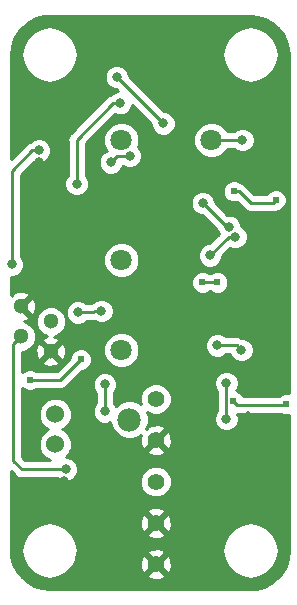
<source format=gbl>
G04 #@! TF.GenerationSoftware,KiCad,Pcbnew,5.0.0-fee4fd1~66~ubuntu18.04.1*
G04 #@! TF.CreationDate,2019-04-11T10:46:02-04:00*
G04 #@! TF.ProjectId,IMD_v1,494D445F76312E6B696361645F706362,rev?*
G04 #@! TF.SameCoordinates,Original*
G04 #@! TF.FileFunction,Copper,L2,Bot,Signal*
G04 #@! TF.FilePolarity,Positive*
%FSLAX46Y46*%
G04 Gerber Fmt 4.6, Leading zero omitted, Abs format (unit mm)*
G04 Created by KiCad (PCBNEW 5.0.0-fee4fd1~66~ubuntu18.04.1) date Thu Apr 11 10:46:02 2019*
%MOMM*%
%LPD*%
G01*
G04 APERTURE LIST*
G04 #@! TA.AperFunction,ComponentPad*
%ADD10C,1.800000*%
G04 #@! TD*
G04 #@! TA.AperFunction,ComponentPad*
%ADD11C,1.300000*%
G04 #@! TD*
G04 #@! TA.AperFunction,ComponentPad*
%ADD12C,1.397000*%
G04 #@! TD*
G04 #@! TA.AperFunction,ComponentPad*
%ADD13C,1.981000*%
G04 #@! TD*
G04 #@! TA.AperFunction,ComponentPad*
%ADD14C,1.524000*%
G04 #@! TD*
G04 #@! TA.AperFunction,ViaPad*
%ADD15C,0.800000*%
G04 #@! TD*
G04 #@! TA.AperFunction,ViaPad*
%ADD16C,0.609600*%
G04 #@! TD*
G04 #@! TA.AperFunction,Conductor*
%ADD17C,0.250000*%
G04 #@! TD*
G04 #@! TA.AperFunction,Conductor*
%ADD18C,0.152400*%
G04 #@! TD*
G04 #@! TA.AperFunction,Conductor*
%ADD19C,0.254000*%
G04 #@! TD*
G04 APERTURE END LIST*
D10*
G04 #@! TO.P,K1,1*
G04 #@! TO.N,Net-(D3-Pad2)*
X104013000Y-69977000D03*
G04 #@! TO.P,K1,2*
G04 #@! TO.N,Net-(J2-Pad2)*
X104013000Y-80137000D03*
G04 #@! TO.P,K1,3*
G04 #@! TO.N,Net-(J2-Pad1)*
X104013000Y-87757000D03*
G04 #@! TO.P,K1,5*
G04 #@! TO.N,/12V_Fused*
X111633000Y-69977000D03*
G04 #@! TD*
D11*
G04 #@! TO.P,J1,3*
G04 #@! TO.N,/IMD_Status_Output*
X95504000Y-86614000D03*
G04 #@! TO.P,J1,1*
G04 #@! TO.N,GND*
X95504000Y-84074000D03*
G04 #@! TO.P,J1,2*
G04 #@! TO.N,+12V*
X98044000Y-85344000D03*
G04 #@! TO.P,J1,4*
G04 #@! TO.N,GND*
X98044000Y-87884000D03*
G04 #@! TD*
D12*
G04 #@! TO.P,U1,2*
G04 #@! TO.N,GND*
X106934000Y-95405000D03*
G04 #@! TO.P,U1,1*
G04 #@! TO.N,Net-(R9-Pad1)*
X106934000Y-91905000D03*
D13*
G04 #@! TO.P,U1,*
G04 #@! TO.N,*
X104704000Y-93655000D03*
D12*
G04 #@! TO.P,U1,3*
G04 #@! TO.N,/12V_Fused*
X106934000Y-98905000D03*
G04 #@! TO.P,U1,4*
G04 #@! TO.N,GND*
X106934000Y-102405000D03*
G04 #@! TO.P,U1,5*
X106934000Y-105905000D03*
G04 #@! TD*
D14*
G04 #@! TO.P,J2,1*
G04 #@! TO.N,Net-(J2-Pad1)*
X98425000Y-95758000D03*
G04 #@! TO.P,J2,2*
G04 #@! TO.N,Net-(J2-Pad2)*
X98425000Y-93218000D03*
G04 #@! TD*
D15*
G04 #@! TO.N,/12V_Fused*
X103632000Y-64643000D03*
X114263000Y-69977000D03*
X100229500Y-73695986D03*
X103886000Y-66865500D03*
X107569000Y-68580000D03*
X112903000Y-90551000D03*
X112903000Y-93599000D03*
D16*
X110871000Y-82042000D03*
X112141000Y-82042000D03*
D15*
G04 #@! TO.N,GND*
X99172287Y-98843408D03*
X102616000Y-102108000D03*
X117475000Y-94488000D03*
X115149500Y-72467000D03*
X111948346Y-68010654D03*
X106934000Y-61214000D03*
X116874161Y-88161977D03*
X97032000Y-71882000D03*
G04 #@! TO.N,+12V*
X97042407Y-70867102D03*
X94742000Y-80518000D03*
G04 #@! TO.N,Net-(D3-Pad2)*
X102616000Y-90678000D03*
X102616000Y-92964000D03*
D16*
G04 #@! TO.N,Net-(D4-Pad1)*
X100584000Y-88563592D03*
X96266000Y-90297000D03*
D15*
G04 #@! TO.N,/IMD_Status_Output*
X99314000Y-97853500D03*
X104738000Y-71311452D03*
X110908000Y-75311000D03*
X113130653Y-77323234D03*
X103124000Y-71871000D03*
X102325000Y-84455000D03*
X100330000Y-84582000D03*
D16*
G04 #@! TO.N,Net-(R3-Pad2)*
X113538000Y-74321000D03*
X117094000Y-75057000D03*
G04 #@! TO.N,Net-(R9-Pad1)*
X113485200Y-92075000D03*
X117983000Y-92329000D03*
D15*
G04 #@! TO.N,/delay_side_out*
X113665000Y-78168500D03*
X111511815Y-79756000D03*
X114173000Y-87757000D03*
X112134826Y-87376000D03*
G04 #@! TD*
D17*
G04 #@! TO.N,/12V_Fused*
X114173000Y-69977000D02*
X114263000Y-69977000D01*
X111633000Y-69977000D02*
X114263000Y-69977000D01*
X100229500Y-73695986D02*
X100229500Y-69956315D01*
X100229500Y-69956315D02*
X103320315Y-66865500D01*
X103320315Y-66865500D02*
X103886000Y-66865500D01*
X103632000Y-64643000D02*
X107569000Y-68580000D01*
X112903000Y-90551000D02*
X112903000Y-93599000D01*
X110871000Y-82042000D02*
X112141000Y-82042000D01*
G04 #@! TO.N,GND*
X117475000Y-94488000D02*
X116078000Y-94488000D01*
X114681000Y-93091000D02*
X114624097Y-93034097D01*
X116078000Y-94488000D02*
X114624097Y-93034097D01*
X113919000Y-76708000D02*
X114484685Y-76708000D01*
G04 #@! TO.N,+12V*
X96476722Y-70867102D02*
X96475620Y-70866000D01*
X94742000Y-80518000D02*
X94742000Y-79952315D01*
X96476722Y-70867102D02*
X97042407Y-70867102D01*
X94742000Y-72601824D02*
X96476722Y-70867102D01*
X94742000Y-79952315D02*
X94742000Y-72601824D01*
G04 #@! TO.N,Net-(D3-Pad2)*
X102616000Y-90678000D02*
X102616000Y-92964000D01*
G04 #@! TO.N,Net-(D4-Pad1)*
X98850592Y-90297000D02*
X96266000Y-90297000D01*
X100584000Y-88563592D02*
X98850592Y-90297000D01*
G04 #@! TO.N,/IMD_Status_Output*
X94854001Y-97140001D02*
X94854001Y-87263999D01*
X94854001Y-87263999D02*
X95504000Y-86614000D01*
X95567500Y-97853500D02*
X94854001Y-97140001D01*
X99314000Y-97853500D02*
X95567500Y-97853500D01*
X104648000Y-71202001D02*
X104648000Y-71221452D01*
X104648000Y-71221452D02*
X104738000Y-71311452D01*
X110908000Y-75311000D02*
X113040499Y-77443499D01*
X113250918Y-77443499D02*
X113130653Y-77323234D01*
X113284000Y-77443499D02*
X113250918Y-77443499D01*
X113040499Y-77443499D02*
X113284000Y-77443499D01*
X103683548Y-71311452D02*
X103124000Y-71871000D01*
X104738000Y-71311452D02*
X103683548Y-71311452D01*
X101759315Y-84455000D02*
X101632315Y-84582000D01*
X102325000Y-84455000D02*
X101759315Y-84455000D01*
X101632315Y-84582000D02*
X100330000Y-84582000D01*
G04 #@! TO.N,Net-(R3-Pad2)*
X113969052Y-74321000D02*
X114959052Y-75311000D01*
X113538000Y-74321000D02*
X113969052Y-74321000D01*
X114959052Y-75311000D02*
X116713000Y-75311000D01*
X116713000Y-75311000D02*
X116967000Y-75311000D01*
D18*
X116967000Y-75311000D02*
X117094000Y-75184000D01*
X117094000Y-75184000D02*
X117094000Y-75057000D01*
D17*
G04 #@! TO.N,Net-(R9-Pad1)*
X113789999Y-92379799D02*
X117932201Y-92379799D01*
X113485200Y-92075000D02*
X113789999Y-92379799D01*
D18*
X117932201Y-92379799D02*
X117983000Y-92329000D01*
D17*
G04 #@! TO.N,/delay_side_out*
X113099315Y-78168500D02*
X111511815Y-79756000D01*
X113665000Y-78168500D02*
X113099315Y-78168500D01*
X112134826Y-87376000D02*
X113792000Y-87376000D01*
X113792000Y-87376000D02*
X114173000Y-87757000D01*
G04 #@! TD*
D19*
G04 #@! TO.N,GND*
G36*
X115590756Y-59543391D02*
X116219730Y-59740500D01*
X116796224Y-60060055D01*
X117296682Y-60489001D01*
X117700669Y-61009818D01*
X117991682Y-61601233D01*
X118160112Y-62247848D01*
X118200000Y-62766238D01*
X118200001Y-91401652D01*
X118169938Y-91389200D01*
X117796062Y-91389200D01*
X117450646Y-91532276D01*
X117363123Y-91619799D01*
X114313882Y-91619799D01*
X114281924Y-91542646D01*
X114017554Y-91278276D01*
X113750183Y-91167528D01*
X113780431Y-91137280D01*
X113938000Y-90756874D01*
X113938000Y-90345126D01*
X113780431Y-89964720D01*
X113489280Y-89673569D01*
X113108874Y-89516000D01*
X112697126Y-89516000D01*
X112316720Y-89673569D01*
X112025569Y-89964720D01*
X111868000Y-90345126D01*
X111868000Y-90756874D01*
X112025569Y-91137280D01*
X112143000Y-91254711D01*
X112143001Y-92895288D01*
X112025569Y-93012720D01*
X111868000Y-93393126D01*
X111868000Y-93804874D01*
X112025569Y-94185280D01*
X112316720Y-94476431D01*
X112697126Y-94634000D01*
X113108874Y-94634000D01*
X113489280Y-94476431D01*
X113780431Y-94185280D01*
X113938000Y-93804874D01*
X113938000Y-93393126D01*
X113835488Y-93145639D01*
X113864846Y-93139799D01*
X117484626Y-93139799D01*
X117796062Y-93268800D01*
X118169938Y-93268800D01*
X118200001Y-93256348D01*
X118200001Y-104700759D01*
X118129609Y-105393759D01*
X117932499Y-106022734D01*
X117612945Y-106599224D01*
X117184002Y-107099680D01*
X116663182Y-107503669D01*
X116071767Y-107794682D01*
X115425153Y-107963112D01*
X114906762Y-108003000D01*
X97972231Y-108003000D01*
X97279241Y-107932609D01*
X96650266Y-107735499D01*
X96073776Y-107415945D01*
X95573320Y-106987002D01*
X95169331Y-106466182D01*
X94878318Y-105874767D01*
X94709888Y-105228153D01*
X94672173Y-104738000D01*
X95548050Y-104738000D01*
X95664876Y-105475608D01*
X96003917Y-106141014D01*
X96531986Y-106669083D01*
X97197392Y-107008124D01*
X97935000Y-107124950D01*
X98672608Y-107008124D01*
X99004163Y-106839188D01*
X106179417Y-106839188D01*
X106241071Y-107074800D01*
X106741480Y-107250927D01*
X107271199Y-107222148D01*
X107626929Y-107074800D01*
X107688583Y-106839188D01*
X106934000Y-106084605D01*
X106179417Y-106839188D01*
X99004163Y-106839188D01*
X99338014Y-106669083D01*
X99866083Y-106141014D01*
X100084431Y-105712480D01*
X105588073Y-105712480D01*
X105616852Y-106242199D01*
X105764200Y-106597929D01*
X105999812Y-106659583D01*
X106754395Y-105905000D01*
X107113605Y-105905000D01*
X107868188Y-106659583D01*
X108103800Y-106597929D01*
X108279927Y-106097520D01*
X108251148Y-105567801D01*
X108103800Y-105212071D01*
X107868188Y-105150417D01*
X107113605Y-105905000D01*
X106754395Y-105905000D01*
X105999812Y-105150417D01*
X105764200Y-105212071D01*
X105588073Y-105712480D01*
X100084431Y-105712480D01*
X100205124Y-105475608D01*
X100285076Y-104970812D01*
X106179417Y-104970812D01*
X106934000Y-105725395D01*
X107688583Y-104970812D01*
X107627662Y-104738000D01*
X112548050Y-104738000D01*
X112664876Y-105475608D01*
X113003917Y-106141014D01*
X113531986Y-106669083D01*
X114197392Y-107008124D01*
X114935000Y-107124950D01*
X115672608Y-107008124D01*
X116338014Y-106669083D01*
X116866083Y-106141014D01*
X117205124Y-105475608D01*
X117321950Y-104738000D01*
X117205124Y-104000392D01*
X116866083Y-103334986D01*
X116338014Y-102806917D01*
X115672608Y-102467876D01*
X114935000Y-102351050D01*
X114197392Y-102467876D01*
X113531986Y-102806917D01*
X113003917Y-103334986D01*
X112664876Y-104000392D01*
X112548050Y-104738000D01*
X107627662Y-104738000D01*
X107626929Y-104735200D01*
X107126520Y-104559073D01*
X106596801Y-104587852D01*
X106241071Y-104735200D01*
X106179417Y-104970812D01*
X100285076Y-104970812D01*
X100321950Y-104738000D01*
X100205124Y-104000392D01*
X99868225Y-103339188D01*
X106179417Y-103339188D01*
X106241071Y-103574800D01*
X106741480Y-103750927D01*
X107271199Y-103722148D01*
X107626929Y-103574800D01*
X107688583Y-103339188D01*
X106934000Y-102584605D01*
X106179417Y-103339188D01*
X99868225Y-103339188D01*
X99866083Y-103334986D01*
X99338014Y-102806917D01*
X98672608Y-102467876D01*
X97935000Y-102351050D01*
X97197392Y-102467876D01*
X96531986Y-102806917D01*
X96003917Y-103334986D01*
X95664876Y-104000392D01*
X95548050Y-104738000D01*
X94672173Y-104738000D01*
X94670000Y-104709762D01*
X94670000Y-102212480D01*
X105588073Y-102212480D01*
X105616852Y-102742199D01*
X105764200Y-103097929D01*
X105999812Y-103159583D01*
X106754395Y-102405000D01*
X107113605Y-102405000D01*
X107868188Y-103159583D01*
X108103800Y-103097929D01*
X108279927Y-102597520D01*
X108251148Y-102067801D01*
X108103800Y-101712071D01*
X107868188Y-101650417D01*
X107113605Y-102405000D01*
X106754395Y-102405000D01*
X105999812Y-101650417D01*
X105764200Y-101712071D01*
X105588073Y-102212480D01*
X94670000Y-102212480D01*
X94670000Y-101470812D01*
X106179417Y-101470812D01*
X106934000Y-102225395D01*
X107688583Y-101470812D01*
X107626929Y-101235200D01*
X107126520Y-101059073D01*
X106596801Y-101087852D01*
X106241071Y-101235200D01*
X106179417Y-101470812D01*
X94670000Y-101470812D01*
X94670000Y-98030801D01*
X94977171Y-98337973D01*
X95019571Y-98401429D01*
X95270963Y-98569404D01*
X95492648Y-98613500D01*
X95492653Y-98613500D01*
X95567500Y-98628388D01*
X95642347Y-98613500D01*
X98610289Y-98613500D01*
X98727720Y-98730931D01*
X99108126Y-98888500D01*
X99519874Y-98888500D01*
X99900280Y-98730931D01*
X99991461Y-98639750D01*
X105600500Y-98639750D01*
X105600500Y-99170250D01*
X105803513Y-99660367D01*
X106178633Y-100035487D01*
X106668750Y-100238500D01*
X107199250Y-100238500D01*
X107689367Y-100035487D01*
X108064487Y-99660367D01*
X108267500Y-99170250D01*
X108267500Y-98639750D01*
X108064487Y-98149633D01*
X107689367Y-97774513D01*
X107199250Y-97571500D01*
X106668750Y-97571500D01*
X106178633Y-97774513D01*
X105803513Y-98149633D01*
X105600500Y-98639750D01*
X99991461Y-98639750D01*
X100191431Y-98439780D01*
X100349000Y-98059374D01*
X100349000Y-97647626D01*
X100191431Y-97267220D01*
X99900280Y-96976069D01*
X99519874Y-96818500D01*
X99340157Y-96818500D01*
X99609320Y-96549337D01*
X99696366Y-96339188D01*
X106179417Y-96339188D01*
X106241071Y-96574800D01*
X106741480Y-96750927D01*
X107271199Y-96722148D01*
X107626929Y-96574800D01*
X107688583Y-96339188D01*
X106934000Y-95584605D01*
X106179417Y-96339188D01*
X99696366Y-96339188D01*
X99822000Y-96035881D01*
X99822000Y-95480119D01*
X99609320Y-94966663D01*
X99216337Y-94573680D01*
X99009487Y-94488000D01*
X99216337Y-94402320D01*
X99609320Y-94009337D01*
X99822000Y-93495881D01*
X99822000Y-92940119D01*
X99609320Y-92426663D01*
X99216337Y-92033680D01*
X98702881Y-91821000D01*
X98147119Y-91821000D01*
X97633663Y-92033680D01*
X97240680Y-92426663D01*
X97028000Y-92940119D01*
X97028000Y-93495881D01*
X97240680Y-94009337D01*
X97633663Y-94402320D01*
X97840513Y-94488000D01*
X97633663Y-94573680D01*
X97240680Y-94966663D01*
X97028000Y-95480119D01*
X97028000Y-96035881D01*
X97240680Y-96549337D01*
X97633663Y-96942320D01*
X97998645Y-97093500D01*
X95882302Y-97093500D01*
X95614001Y-96825200D01*
X95614001Y-90974079D01*
X95733646Y-91093724D01*
X96079062Y-91236800D01*
X96452938Y-91236800D01*
X96798354Y-91093724D01*
X96835078Y-91057000D01*
X98775745Y-91057000D01*
X98850592Y-91071888D01*
X98925439Y-91057000D01*
X98925444Y-91057000D01*
X99147129Y-91012904D01*
X99398521Y-90844929D01*
X99440923Y-90781470D01*
X99750267Y-90472126D01*
X101581000Y-90472126D01*
X101581000Y-90883874D01*
X101738569Y-91264280D01*
X101856000Y-91381711D01*
X101856001Y-92260288D01*
X101738569Y-92377720D01*
X101581000Y-92758126D01*
X101581000Y-93169874D01*
X101738569Y-93550280D01*
X102029720Y-93841431D01*
X102410126Y-93999000D01*
X102821874Y-93999000D01*
X103078500Y-93892702D01*
X103078500Y-93978332D01*
X103325968Y-94575772D01*
X103783228Y-95033032D01*
X104380668Y-95280500D01*
X105027332Y-95280500D01*
X105624772Y-95033032D01*
X105665604Y-94992200D01*
X105588073Y-95212480D01*
X105616852Y-95742199D01*
X105764200Y-96097929D01*
X105999812Y-96159583D01*
X106754395Y-95405000D01*
X107113605Y-95405000D01*
X107868188Y-96159583D01*
X108103800Y-96097929D01*
X108279927Y-95597520D01*
X108251148Y-95067801D01*
X108103800Y-94712071D01*
X107868188Y-94650417D01*
X107113605Y-95405000D01*
X106754395Y-95405000D01*
X106740253Y-95390858D01*
X106919858Y-95211253D01*
X106934000Y-95225395D01*
X107688583Y-94470812D01*
X107626929Y-94235200D01*
X107126520Y-94059073D01*
X106596801Y-94087852D01*
X106241071Y-94235200D01*
X106179418Y-94470810D01*
X106141298Y-94432690D01*
X106329500Y-93978332D01*
X106329500Y-93331668D01*
X106212655Y-93049579D01*
X106668750Y-93238500D01*
X107199250Y-93238500D01*
X107689367Y-93035487D01*
X108064487Y-92660367D01*
X108267500Y-92170250D01*
X108267500Y-91639750D01*
X108064487Y-91149633D01*
X107689367Y-90774513D01*
X107199250Y-90571500D01*
X106668750Y-90571500D01*
X106178633Y-90774513D01*
X105803513Y-91149633D01*
X105600500Y-91639750D01*
X105600500Y-92170250D01*
X105658798Y-92310994D01*
X105624772Y-92276968D01*
X105027332Y-92029500D01*
X104380668Y-92029500D01*
X103783228Y-92276968D01*
X103548801Y-92511395D01*
X103493431Y-92377720D01*
X103376000Y-92260289D01*
X103376000Y-91381711D01*
X103493431Y-91264280D01*
X103651000Y-90883874D01*
X103651000Y-90472126D01*
X103493431Y-90091720D01*
X103202280Y-89800569D01*
X102821874Y-89643000D01*
X102410126Y-89643000D01*
X102029720Y-89800569D01*
X101738569Y-90091720D01*
X101581000Y-90472126D01*
X99750267Y-90472126D01*
X100719002Y-89503392D01*
X100770938Y-89503392D01*
X101116354Y-89360316D01*
X101380724Y-89095946D01*
X101523800Y-88750530D01*
X101523800Y-88376654D01*
X101380724Y-88031238D01*
X101116354Y-87766868D01*
X100770938Y-87623792D01*
X100397062Y-87623792D01*
X100051646Y-87766868D01*
X99787276Y-88031238D01*
X99644200Y-88376654D01*
X99644200Y-88428590D01*
X98535791Y-89537000D01*
X96835078Y-89537000D01*
X96798354Y-89500276D01*
X96452938Y-89357200D01*
X96079062Y-89357200D01*
X95733646Y-89500276D01*
X95614001Y-89619921D01*
X95614001Y-88783016D01*
X97324590Y-88783016D01*
X97380271Y-89013611D01*
X97863078Y-89181622D01*
X98373428Y-89152083D01*
X98707729Y-89013611D01*
X98763410Y-88783016D01*
X98044000Y-88063605D01*
X97324590Y-88783016D01*
X95614001Y-88783016D01*
X95614001Y-87899000D01*
X95759602Y-87899000D01*
X96231894Y-87703371D01*
X96232187Y-87703078D01*
X96746378Y-87703078D01*
X96775917Y-88213428D01*
X96914389Y-88547729D01*
X97144984Y-88603410D01*
X97864395Y-87884000D01*
X98223605Y-87884000D01*
X98943016Y-88603410D01*
X99173611Y-88547729D01*
X99341622Y-88064922D01*
X99312083Y-87554572D01*
X99269460Y-87451670D01*
X102478000Y-87451670D01*
X102478000Y-88062330D01*
X102711690Y-88626507D01*
X103143493Y-89058310D01*
X103707670Y-89292000D01*
X104318330Y-89292000D01*
X104882507Y-89058310D01*
X105314310Y-88626507D01*
X105548000Y-88062330D01*
X105548000Y-87451670D01*
X105431381Y-87170126D01*
X111099826Y-87170126D01*
X111099826Y-87581874D01*
X111257395Y-87962280D01*
X111548546Y-88253431D01*
X111928952Y-88411000D01*
X112340700Y-88411000D01*
X112721106Y-88253431D01*
X112838537Y-88136000D01*
X113209711Y-88136000D01*
X113295569Y-88343280D01*
X113586720Y-88634431D01*
X113967126Y-88792000D01*
X114378874Y-88792000D01*
X114759280Y-88634431D01*
X115050431Y-88343280D01*
X115208000Y-87962874D01*
X115208000Y-87551126D01*
X115050431Y-87170720D01*
X114759280Y-86879569D01*
X114378874Y-86722000D01*
X114181183Y-86722000D01*
X114088537Y-86660096D01*
X113866852Y-86616000D01*
X113866847Y-86616000D01*
X113792000Y-86601112D01*
X113717153Y-86616000D01*
X112838537Y-86616000D01*
X112721106Y-86498569D01*
X112340700Y-86341000D01*
X111928952Y-86341000D01*
X111548546Y-86498569D01*
X111257395Y-86789720D01*
X111099826Y-87170126D01*
X105431381Y-87170126D01*
X105314310Y-86887493D01*
X104882507Y-86455690D01*
X104318330Y-86222000D01*
X103707670Y-86222000D01*
X103143493Y-86455690D01*
X102711690Y-86887493D01*
X102478000Y-87451670D01*
X99269460Y-87451670D01*
X99173611Y-87220271D01*
X98943016Y-87164590D01*
X98223605Y-87884000D01*
X97864395Y-87884000D01*
X97144984Y-87164590D01*
X96914389Y-87220271D01*
X96746378Y-87703078D01*
X96232187Y-87703078D01*
X96593371Y-87341894D01*
X96789000Y-86869602D01*
X96789000Y-86358398D01*
X96593371Y-85886106D01*
X96231894Y-85524629D01*
X95796366Y-85344228D01*
X95833428Y-85342083D01*
X96167729Y-85203611D01*
X96195549Y-85088398D01*
X96759000Y-85088398D01*
X96759000Y-85599602D01*
X96954629Y-86071894D01*
X97316106Y-86433371D01*
X97751634Y-86613772D01*
X97714572Y-86615917D01*
X97380271Y-86754389D01*
X97324590Y-86984984D01*
X98044000Y-87704395D01*
X98763410Y-86984984D01*
X98707729Y-86754389D01*
X98321426Y-86619960D01*
X98771894Y-86433371D01*
X99133371Y-86071894D01*
X99329000Y-85599602D01*
X99329000Y-85088398D01*
X99133371Y-84616106D01*
X98893391Y-84376126D01*
X99295000Y-84376126D01*
X99295000Y-84787874D01*
X99452569Y-85168280D01*
X99743720Y-85459431D01*
X100124126Y-85617000D01*
X100535874Y-85617000D01*
X100916280Y-85459431D01*
X101033711Y-85342000D01*
X101557468Y-85342000D01*
X101632315Y-85356888D01*
X101707162Y-85342000D01*
X101707167Y-85342000D01*
X101744090Y-85334655D01*
X102119126Y-85490000D01*
X102530874Y-85490000D01*
X102911280Y-85332431D01*
X103202431Y-85041280D01*
X103360000Y-84660874D01*
X103360000Y-84249126D01*
X103202431Y-83868720D01*
X102911280Y-83577569D01*
X102530874Y-83420000D01*
X102119126Y-83420000D01*
X101738720Y-83577569D01*
X101605603Y-83710686D01*
X101462778Y-83739096D01*
X101338704Y-83822000D01*
X101033711Y-83822000D01*
X100916280Y-83704569D01*
X100535874Y-83547000D01*
X100124126Y-83547000D01*
X99743720Y-83704569D01*
X99452569Y-83995720D01*
X99295000Y-84376126D01*
X98893391Y-84376126D01*
X98771894Y-84254629D01*
X98299602Y-84059000D01*
X97788398Y-84059000D01*
X97316106Y-84254629D01*
X96954629Y-84616106D01*
X96759000Y-85088398D01*
X96195549Y-85088398D01*
X96223410Y-84973016D01*
X95504000Y-84253605D01*
X95489858Y-84267748D01*
X95310252Y-84088142D01*
X95324395Y-84074000D01*
X95683605Y-84074000D01*
X96403016Y-84793410D01*
X96633611Y-84737729D01*
X96801622Y-84254922D01*
X96772083Y-83744572D01*
X96633611Y-83410271D01*
X96403016Y-83354590D01*
X95683605Y-84074000D01*
X95324395Y-84074000D01*
X95310252Y-84059858D01*
X95489858Y-83880252D01*
X95504000Y-83894395D01*
X96223410Y-83174984D01*
X96167729Y-82944389D01*
X95684922Y-82776378D01*
X95174572Y-82805917D01*
X94840271Y-82944389D01*
X94784590Y-83174982D01*
X94670000Y-83060392D01*
X94670000Y-81855062D01*
X109931200Y-81855062D01*
X109931200Y-82228938D01*
X110074276Y-82574354D01*
X110338646Y-82838724D01*
X110684062Y-82981800D01*
X111057938Y-82981800D01*
X111403354Y-82838724D01*
X111440078Y-82802000D01*
X111571922Y-82802000D01*
X111608646Y-82838724D01*
X111954062Y-82981800D01*
X112327938Y-82981800D01*
X112673354Y-82838724D01*
X112937724Y-82574354D01*
X113080800Y-82228938D01*
X113080800Y-81855062D01*
X112937724Y-81509646D01*
X112673354Y-81245276D01*
X112327938Y-81102200D01*
X111954062Y-81102200D01*
X111608646Y-81245276D01*
X111571922Y-81282000D01*
X111440078Y-81282000D01*
X111403354Y-81245276D01*
X111057938Y-81102200D01*
X110684062Y-81102200D01*
X110338646Y-81245276D01*
X110074276Y-81509646D01*
X109931200Y-81855062D01*
X94670000Y-81855062D01*
X94670000Y-81553000D01*
X94947874Y-81553000D01*
X95328280Y-81395431D01*
X95619431Y-81104280D01*
X95777000Y-80723874D01*
X95777000Y-80312126D01*
X95619431Y-79931720D01*
X95519381Y-79831670D01*
X102478000Y-79831670D01*
X102478000Y-80442330D01*
X102711690Y-81006507D01*
X103143493Y-81438310D01*
X103707670Y-81672000D01*
X104318330Y-81672000D01*
X104882507Y-81438310D01*
X105314310Y-81006507D01*
X105548000Y-80442330D01*
X105548000Y-79831670D01*
X105314310Y-79267493D01*
X104882507Y-78835690D01*
X104318330Y-78602000D01*
X103707670Y-78602000D01*
X103143493Y-78835690D01*
X102711690Y-79267493D01*
X102478000Y-79831670D01*
X95519381Y-79831670D01*
X95502000Y-79814289D01*
X95502000Y-75105126D01*
X109873000Y-75105126D01*
X109873000Y-75516874D01*
X110030569Y-75897280D01*
X110321720Y-76188431D01*
X110702126Y-76346000D01*
X110868199Y-76346000D01*
X112127011Y-77604813D01*
X112253222Y-77909514D01*
X112268361Y-77924653D01*
X111472014Y-78721000D01*
X111305941Y-78721000D01*
X110925535Y-78878569D01*
X110634384Y-79169720D01*
X110476815Y-79550126D01*
X110476815Y-79961874D01*
X110634384Y-80342280D01*
X110925535Y-80633431D01*
X111305941Y-80791000D01*
X111717689Y-80791000D01*
X112098095Y-80633431D01*
X112389246Y-80342280D01*
X112546815Y-79961874D01*
X112546815Y-79795801D01*
X113232845Y-79109772D01*
X113459126Y-79203500D01*
X113870874Y-79203500D01*
X114251280Y-79045931D01*
X114542431Y-78754780D01*
X114700000Y-78374374D01*
X114700000Y-77962626D01*
X114542431Y-77582220D01*
X114251280Y-77291069D01*
X114165653Y-77255601D01*
X114165653Y-77117360D01*
X114008084Y-76736954D01*
X113716933Y-76445803D01*
X113336527Y-76288234D01*
X112960036Y-76288234D01*
X111943000Y-75271199D01*
X111943000Y-75105126D01*
X111785431Y-74724720D01*
X111494280Y-74433569D01*
X111113874Y-74276000D01*
X110702126Y-74276000D01*
X110321720Y-74433569D01*
X110030569Y-74724720D01*
X109873000Y-75105126D01*
X95502000Y-75105126D01*
X95502000Y-73490112D01*
X99194500Y-73490112D01*
X99194500Y-73901860D01*
X99352069Y-74282266D01*
X99643220Y-74573417D01*
X100023626Y-74730986D01*
X100435374Y-74730986D01*
X100815780Y-74573417D01*
X101106931Y-74282266D01*
X101168318Y-74134062D01*
X112598200Y-74134062D01*
X112598200Y-74507938D01*
X112741276Y-74853354D01*
X113005646Y-75117724D01*
X113351062Y-75260800D01*
X113724938Y-75260800D01*
X113802092Y-75228842D01*
X114368725Y-75795475D01*
X114411123Y-75858929D01*
X114474576Y-75901327D01*
X114474578Y-75901329D01*
X114486258Y-75909133D01*
X114662515Y-76026904D01*
X114884200Y-76071000D01*
X114884204Y-76071000D01*
X114959051Y-76085888D01*
X115033898Y-76071000D01*
X117041852Y-76071000D01*
X117263537Y-76026904D01*
X117353692Y-75966664D01*
X117626354Y-75853724D01*
X117890724Y-75589354D01*
X118033800Y-75243938D01*
X118033800Y-74870062D01*
X117890724Y-74524646D01*
X117626354Y-74260276D01*
X117280938Y-74117200D01*
X116907062Y-74117200D01*
X116561646Y-74260276D01*
X116297276Y-74524646D01*
X116286360Y-74551000D01*
X115273854Y-74551000D01*
X114559383Y-73836529D01*
X114516981Y-73773071D01*
X114265589Y-73605096D01*
X114122764Y-73576686D01*
X114070354Y-73524276D01*
X113724938Y-73381200D01*
X113351062Y-73381200D01*
X113005646Y-73524276D01*
X112741276Y-73788646D01*
X112598200Y-74134062D01*
X101168318Y-74134062D01*
X101264500Y-73901860D01*
X101264500Y-73490112D01*
X101106931Y-73109706D01*
X100989500Y-72992275D01*
X100989500Y-71665126D01*
X102089000Y-71665126D01*
X102089000Y-72076874D01*
X102246569Y-72457280D01*
X102537720Y-72748431D01*
X102918126Y-72906000D01*
X103329874Y-72906000D01*
X103710280Y-72748431D01*
X104001431Y-72457280D01*
X104124061Y-72161224D01*
X104151720Y-72188883D01*
X104532126Y-72346452D01*
X104943874Y-72346452D01*
X105324280Y-72188883D01*
X105615431Y-71897732D01*
X105773000Y-71517326D01*
X105773000Y-71105578D01*
X105615431Y-70725172D01*
X105438045Y-70547786D01*
X105548000Y-70282330D01*
X105548000Y-69671670D01*
X110098000Y-69671670D01*
X110098000Y-70282330D01*
X110331690Y-70846507D01*
X110763493Y-71278310D01*
X111327670Y-71512000D01*
X111938330Y-71512000D01*
X112502507Y-71278310D01*
X112934310Y-70846507D01*
X112979669Y-70737000D01*
X113559289Y-70737000D01*
X113676720Y-70854431D01*
X114057126Y-71012000D01*
X114468874Y-71012000D01*
X114849280Y-70854431D01*
X115140431Y-70563280D01*
X115298000Y-70182874D01*
X115298000Y-69771126D01*
X115140431Y-69390720D01*
X114849280Y-69099569D01*
X114468874Y-68942000D01*
X114057126Y-68942000D01*
X113676720Y-69099569D01*
X113559289Y-69217000D01*
X112979669Y-69217000D01*
X112934310Y-69107493D01*
X112502507Y-68675690D01*
X111938330Y-68442000D01*
X111327670Y-68442000D01*
X110763493Y-68675690D01*
X110331690Y-69107493D01*
X110098000Y-69671670D01*
X105548000Y-69671670D01*
X105314310Y-69107493D01*
X104882507Y-68675690D01*
X104318330Y-68442000D01*
X103707670Y-68442000D01*
X103143493Y-68675690D01*
X102711690Y-69107493D01*
X102478000Y-69671670D01*
X102478000Y-70282330D01*
X102711690Y-70846507D01*
X102764724Y-70899541D01*
X102537720Y-70993569D01*
X102246569Y-71284720D01*
X102089000Y-71665126D01*
X100989500Y-71665126D01*
X100989500Y-70271116D01*
X103453846Y-67806772D01*
X103680126Y-67900500D01*
X104091874Y-67900500D01*
X104472280Y-67742931D01*
X104763431Y-67451780D01*
X104921000Y-67071374D01*
X104921000Y-67006801D01*
X106534000Y-68619802D01*
X106534000Y-68785874D01*
X106691569Y-69166280D01*
X106982720Y-69457431D01*
X107363126Y-69615000D01*
X107774874Y-69615000D01*
X108155280Y-69457431D01*
X108446431Y-69166280D01*
X108604000Y-68785874D01*
X108604000Y-68374126D01*
X108446431Y-67993720D01*
X108155280Y-67702569D01*
X107774874Y-67545000D01*
X107608802Y-67545000D01*
X104667000Y-64603199D01*
X104667000Y-64437126D01*
X104509431Y-64056720D01*
X104218280Y-63765569D01*
X103837874Y-63608000D01*
X103426126Y-63608000D01*
X103045720Y-63765569D01*
X102754569Y-64056720D01*
X102597000Y-64437126D01*
X102597000Y-64848874D01*
X102754569Y-65229280D01*
X103045720Y-65520431D01*
X103426126Y-65678000D01*
X103592199Y-65678000D01*
X103744699Y-65830500D01*
X103680126Y-65830500D01*
X103299720Y-65988069D01*
X103166603Y-66121186D01*
X103023778Y-66149596D01*
X103023776Y-66149597D01*
X103023777Y-66149597D01*
X102835841Y-66275171D01*
X102835839Y-66275173D01*
X102772386Y-66317571D01*
X102729988Y-66381024D01*
X99745028Y-69365986D01*
X99681572Y-69408386D01*
X99639172Y-69471842D01*
X99639171Y-69471843D01*
X99513597Y-69659778D01*
X99454612Y-69956315D01*
X99469501Y-70031167D01*
X99469500Y-72992275D01*
X99352069Y-73109706D01*
X99194500Y-73490112D01*
X95502000Y-73490112D01*
X95502000Y-72916625D01*
X96610253Y-71808374D01*
X96836533Y-71902102D01*
X97248281Y-71902102D01*
X97628687Y-71744533D01*
X97919838Y-71453382D01*
X98077407Y-71072976D01*
X98077407Y-70661228D01*
X97919838Y-70280822D01*
X97628687Y-69989671D01*
X97248281Y-69832102D01*
X96836533Y-69832102D01*
X96456127Y-69989671D01*
X96324658Y-70121140D01*
X96179083Y-70150097D01*
X95927691Y-70318071D01*
X95880855Y-70388166D01*
X94670000Y-71599022D01*
X94670000Y-62775230D01*
X94673781Y-62738000D01*
X95548050Y-62738000D01*
X95664876Y-63475608D01*
X96003917Y-64141014D01*
X96531986Y-64669083D01*
X97197392Y-65008124D01*
X97935000Y-65124950D01*
X98672608Y-65008124D01*
X99338014Y-64669083D01*
X99866083Y-64141014D01*
X100205124Y-63475608D01*
X100321950Y-62738000D01*
X112548050Y-62738000D01*
X112664876Y-63475608D01*
X113003917Y-64141014D01*
X113531986Y-64669083D01*
X114197392Y-65008124D01*
X114935000Y-65124950D01*
X115672608Y-65008124D01*
X116338014Y-64669083D01*
X116866083Y-64141014D01*
X117205124Y-63475608D01*
X117321950Y-62738000D01*
X117205124Y-62000392D01*
X116866083Y-61334986D01*
X116338014Y-60806917D01*
X115672608Y-60467876D01*
X114935000Y-60351050D01*
X114197392Y-60467876D01*
X113531986Y-60806917D01*
X113003917Y-61334986D01*
X112664876Y-62000392D01*
X112548050Y-62738000D01*
X100321950Y-62738000D01*
X100205124Y-62000392D01*
X99866083Y-61334986D01*
X99338014Y-60806917D01*
X98672608Y-60467876D01*
X97935000Y-60351050D01*
X97197392Y-60467876D01*
X96531986Y-60806917D01*
X96003917Y-61334986D01*
X95664876Y-62000392D01*
X95548050Y-62738000D01*
X94673781Y-62738000D01*
X94740391Y-62082244D01*
X94937500Y-61453270D01*
X95257055Y-60876776D01*
X95686001Y-60376318D01*
X96206818Y-59972331D01*
X96798233Y-59681318D01*
X97444848Y-59512888D01*
X97963238Y-59473000D01*
X114897770Y-59473000D01*
X115590756Y-59543391D01*
X115590756Y-59543391D01*
G37*
X115590756Y-59543391D02*
X116219730Y-59740500D01*
X116796224Y-60060055D01*
X117296682Y-60489001D01*
X117700669Y-61009818D01*
X117991682Y-61601233D01*
X118160112Y-62247848D01*
X118200000Y-62766238D01*
X118200001Y-91401652D01*
X118169938Y-91389200D01*
X117796062Y-91389200D01*
X117450646Y-91532276D01*
X117363123Y-91619799D01*
X114313882Y-91619799D01*
X114281924Y-91542646D01*
X114017554Y-91278276D01*
X113750183Y-91167528D01*
X113780431Y-91137280D01*
X113938000Y-90756874D01*
X113938000Y-90345126D01*
X113780431Y-89964720D01*
X113489280Y-89673569D01*
X113108874Y-89516000D01*
X112697126Y-89516000D01*
X112316720Y-89673569D01*
X112025569Y-89964720D01*
X111868000Y-90345126D01*
X111868000Y-90756874D01*
X112025569Y-91137280D01*
X112143000Y-91254711D01*
X112143001Y-92895288D01*
X112025569Y-93012720D01*
X111868000Y-93393126D01*
X111868000Y-93804874D01*
X112025569Y-94185280D01*
X112316720Y-94476431D01*
X112697126Y-94634000D01*
X113108874Y-94634000D01*
X113489280Y-94476431D01*
X113780431Y-94185280D01*
X113938000Y-93804874D01*
X113938000Y-93393126D01*
X113835488Y-93145639D01*
X113864846Y-93139799D01*
X117484626Y-93139799D01*
X117796062Y-93268800D01*
X118169938Y-93268800D01*
X118200001Y-93256348D01*
X118200001Y-104700759D01*
X118129609Y-105393759D01*
X117932499Y-106022734D01*
X117612945Y-106599224D01*
X117184002Y-107099680D01*
X116663182Y-107503669D01*
X116071767Y-107794682D01*
X115425153Y-107963112D01*
X114906762Y-108003000D01*
X97972231Y-108003000D01*
X97279241Y-107932609D01*
X96650266Y-107735499D01*
X96073776Y-107415945D01*
X95573320Y-106987002D01*
X95169331Y-106466182D01*
X94878318Y-105874767D01*
X94709888Y-105228153D01*
X94672173Y-104738000D01*
X95548050Y-104738000D01*
X95664876Y-105475608D01*
X96003917Y-106141014D01*
X96531986Y-106669083D01*
X97197392Y-107008124D01*
X97935000Y-107124950D01*
X98672608Y-107008124D01*
X99004163Y-106839188D01*
X106179417Y-106839188D01*
X106241071Y-107074800D01*
X106741480Y-107250927D01*
X107271199Y-107222148D01*
X107626929Y-107074800D01*
X107688583Y-106839188D01*
X106934000Y-106084605D01*
X106179417Y-106839188D01*
X99004163Y-106839188D01*
X99338014Y-106669083D01*
X99866083Y-106141014D01*
X100084431Y-105712480D01*
X105588073Y-105712480D01*
X105616852Y-106242199D01*
X105764200Y-106597929D01*
X105999812Y-106659583D01*
X106754395Y-105905000D01*
X107113605Y-105905000D01*
X107868188Y-106659583D01*
X108103800Y-106597929D01*
X108279927Y-106097520D01*
X108251148Y-105567801D01*
X108103800Y-105212071D01*
X107868188Y-105150417D01*
X107113605Y-105905000D01*
X106754395Y-105905000D01*
X105999812Y-105150417D01*
X105764200Y-105212071D01*
X105588073Y-105712480D01*
X100084431Y-105712480D01*
X100205124Y-105475608D01*
X100285076Y-104970812D01*
X106179417Y-104970812D01*
X106934000Y-105725395D01*
X107688583Y-104970812D01*
X107627662Y-104738000D01*
X112548050Y-104738000D01*
X112664876Y-105475608D01*
X113003917Y-106141014D01*
X113531986Y-106669083D01*
X114197392Y-107008124D01*
X114935000Y-107124950D01*
X115672608Y-107008124D01*
X116338014Y-106669083D01*
X116866083Y-106141014D01*
X117205124Y-105475608D01*
X117321950Y-104738000D01*
X117205124Y-104000392D01*
X116866083Y-103334986D01*
X116338014Y-102806917D01*
X115672608Y-102467876D01*
X114935000Y-102351050D01*
X114197392Y-102467876D01*
X113531986Y-102806917D01*
X113003917Y-103334986D01*
X112664876Y-104000392D01*
X112548050Y-104738000D01*
X107627662Y-104738000D01*
X107626929Y-104735200D01*
X107126520Y-104559073D01*
X106596801Y-104587852D01*
X106241071Y-104735200D01*
X106179417Y-104970812D01*
X100285076Y-104970812D01*
X100321950Y-104738000D01*
X100205124Y-104000392D01*
X99868225Y-103339188D01*
X106179417Y-103339188D01*
X106241071Y-103574800D01*
X106741480Y-103750927D01*
X107271199Y-103722148D01*
X107626929Y-103574800D01*
X107688583Y-103339188D01*
X106934000Y-102584605D01*
X106179417Y-103339188D01*
X99868225Y-103339188D01*
X99866083Y-103334986D01*
X99338014Y-102806917D01*
X98672608Y-102467876D01*
X97935000Y-102351050D01*
X97197392Y-102467876D01*
X96531986Y-102806917D01*
X96003917Y-103334986D01*
X95664876Y-104000392D01*
X95548050Y-104738000D01*
X94672173Y-104738000D01*
X94670000Y-104709762D01*
X94670000Y-102212480D01*
X105588073Y-102212480D01*
X105616852Y-102742199D01*
X105764200Y-103097929D01*
X105999812Y-103159583D01*
X106754395Y-102405000D01*
X107113605Y-102405000D01*
X107868188Y-103159583D01*
X108103800Y-103097929D01*
X108279927Y-102597520D01*
X108251148Y-102067801D01*
X108103800Y-101712071D01*
X107868188Y-101650417D01*
X107113605Y-102405000D01*
X106754395Y-102405000D01*
X105999812Y-101650417D01*
X105764200Y-101712071D01*
X105588073Y-102212480D01*
X94670000Y-102212480D01*
X94670000Y-101470812D01*
X106179417Y-101470812D01*
X106934000Y-102225395D01*
X107688583Y-101470812D01*
X107626929Y-101235200D01*
X107126520Y-101059073D01*
X106596801Y-101087852D01*
X106241071Y-101235200D01*
X106179417Y-101470812D01*
X94670000Y-101470812D01*
X94670000Y-98030801D01*
X94977171Y-98337973D01*
X95019571Y-98401429D01*
X95270963Y-98569404D01*
X95492648Y-98613500D01*
X95492653Y-98613500D01*
X95567500Y-98628388D01*
X95642347Y-98613500D01*
X98610289Y-98613500D01*
X98727720Y-98730931D01*
X99108126Y-98888500D01*
X99519874Y-98888500D01*
X99900280Y-98730931D01*
X99991461Y-98639750D01*
X105600500Y-98639750D01*
X105600500Y-99170250D01*
X105803513Y-99660367D01*
X106178633Y-100035487D01*
X106668750Y-100238500D01*
X107199250Y-100238500D01*
X107689367Y-100035487D01*
X108064487Y-99660367D01*
X108267500Y-99170250D01*
X108267500Y-98639750D01*
X108064487Y-98149633D01*
X107689367Y-97774513D01*
X107199250Y-97571500D01*
X106668750Y-97571500D01*
X106178633Y-97774513D01*
X105803513Y-98149633D01*
X105600500Y-98639750D01*
X99991461Y-98639750D01*
X100191431Y-98439780D01*
X100349000Y-98059374D01*
X100349000Y-97647626D01*
X100191431Y-97267220D01*
X99900280Y-96976069D01*
X99519874Y-96818500D01*
X99340157Y-96818500D01*
X99609320Y-96549337D01*
X99696366Y-96339188D01*
X106179417Y-96339188D01*
X106241071Y-96574800D01*
X106741480Y-96750927D01*
X107271199Y-96722148D01*
X107626929Y-96574800D01*
X107688583Y-96339188D01*
X106934000Y-95584605D01*
X106179417Y-96339188D01*
X99696366Y-96339188D01*
X99822000Y-96035881D01*
X99822000Y-95480119D01*
X99609320Y-94966663D01*
X99216337Y-94573680D01*
X99009487Y-94488000D01*
X99216337Y-94402320D01*
X99609320Y-94009337D01*
X99822000Y-93495881D01*
X99822000Y-92940119D01*
X99609320Y-92426663D01*
X99216337Y-92033680D01*
X98702881Y-91821000D01*
X98147119Y-91821000D01*
X97633663Y-92033680D01*
X97240680Y-92426663D01*
X97028000Y-92940119D01*
X97028000Y-93495881D01*
X97240680Y-94009337D01*
X97633663Y-94402320D01*
X97840513Y-94488000D01*
X97633663Y-94573680D01*
X97240680Y-94966663D01*
X97028000Y-95480119D01*
X97028000Y-96035881D01*
X97240680Y-96549337D01*
X97633663Y-96942320D01*
X97998645Y-97093500D01*
X95882302Y-97093500D01*
X95614001Y-96825200D01*
X95614001Y-90974079D01*
X95733646Y-91093724D01*
X96079062Y-91236800D01*
X96452938Y-91236800D01*
X96798354Y-91093724D01*
X96835078Y-91057000D01*
X98775745Y-91057000D01*
X98850592Y-91071888D01*
X98925439Y-91057000D01*
X98925444Y-91057000D01*
X99147129Y-91012904D01*
X99398521Y-90844929D01*
X99440923Y-90781470D01*
X99750267Y-90472126D01*
X101581000Y-90472126D01*
X101581000Y-90883874D01*
X101738569Y-91264280D01*
X101856000Y-91381711D01*
X101856001Y-92260288D01*
X101738569Y-92377720D01*
X101581000Y-92758126D01*
X101581000Y-93169874D01*
X101738569Y-93550280D01*
X102029720Y-93841431D01*
X102410126Y-93999000D01*
X102821874Y-93999000D01*
X103078500Y-93892702D01*
X103078500Y-93978332D01*
X103325968Y-94575772D01*
X103783228Y-95033032D01*
X104380668Y-95280500D01*
X105027332Y-95280500D01*
X105624772Y-95033032D01*
X105665604Y-94992200D01*
X105588073Y-95212480D01*
X105616852Y-95742199D01*
X105764200Y-96097929D01*
X105999812Y-96159583D01*
X106754395Y-95405000D01*
X107113605Y-95405000D01*
X107868188Y-96159583D01*
X108103800Y-96097929D01*
X108279927Y-95597520D01*
X108251148Y-95067801D01*
X108103800Y-94712071D01*
X107868188Y-94650417D01*
X107113605Y-95405000D01*
X106754395Y-95405000D01*
X106740253Y-95390858D01*
X106919858Y-95211253D01*
X106934000Y-95225395D01*
X107688583Y-94470812D01*
X107626929Y-94235200D01*
X107126520Y-94059073D01*
X106596801Y-94087852D01*
X106241071Y-94235200D01*
X106179418Y-94470810D01*
X106141298Y-94432690D01*
X106329500Y-93978332D01*
X106329500Y-93331668D01*
X106212655Y-93049579D01*
X106668750Y-93238500D01*
X107199250Y-93238500D01*
X107689367Y-93035487D01*
X108064487Y-92660367D01*
X108267500Y-92170250D01*
X108267500Y-91639750D01*
X108064487Y-91149633D01*
X107689367Y-90774513D01*
X107199250Y-90571500D01*
X106668750Y-90571500D01*
X106178633Y-90774513D01*
X105803513Y-91149633D01*
X105600500Y-91639750D01*
X105600500Y-92170250D01*
X105658798Y-92310994D01*
X105624772Y-92276968D01*
X105027332Y-92029500D01*
X104380668Y-92029500D01*
X103783228Y-92276968D01*
X103548801Y-92511395D01*
X103493431Y-92377720D01*
X103376000Y-92260289D01*
X103376000Y-91381711D01*
X103493431Y-91264280D01*
X103651000Y-90883874D01*
X103651000Y-90472126D01*
X103493431Y-90091720D01*
X103202280Y-89800569D01*
X102821874Y-89643000D01*
X102410126Y-89643000D01*
X102029720Y-89800569D01*
X101738569Y-90091720D01*
X101581000Y-90472126D01*
X99750267Y-90472126D01*
X100719002Y-89503392D01*
X100770938Y-89503392D01*
X101116354Y-89360316D01*
X101380724Y-89095946D01*
X101523800Y-88750530D01*
X101523800Y-88376654D01*
X101380724Y-88031238D01*
X101116354Y-87766868D01*
X100770938Y-87623792D01*
X100397062Y-87623792D01*
X100051646Y-87766868D01*
X99787276Y-88031238D01*
X99644200Y-88376654D01*
X99644200Y-88428590D01*
X98535791Y-89537000D01*
X96835078Y-89537000D01*
X96798354Y-89500276D01*
X96452938Y-89357200D01*
X96079062Y-89357200D01*
X95733646Y-89500276D01*
X95614001Y-89619921D01*
X95614001Y-88783016D01*
X97324590Y-88783016D01*
X97380271Y-89013611D01*
X97863078Y-89181622D01*
X98373428Y-89152083D01*
X98707729Y-89013611D01*
X98763410Y-88783016D01*
X98044000Y-88063605D01*
X97324590Y-88783016D01*
X95614001Y-88783016D01*
X95614001Y-87899000D01*
X95759602Y-87899000D01*
X96231894Y-87703371D01*
X96232187Y-87703078D01*
X96746378Y-87703078D01*
X96775917Y-88213428D01*
X96914389Y-88547729D01*
X97144984Y-88603410D01*
X97864395Y-87884000D01*
X98223605Y-87884000D01*
X98943016Y-88603410D01*
X99173611Y-88547729D01*
X99341622Y-88064922D01*
X99312083Y-87554572D01*
X99269460Y-87451670D01*
X102478000Y-87451670D01*
X102478000Y-88062330D01*
X102711690Y-88626507D01*
X103143493Y-89058310D01*
X103707670Y-89292000D01*
X104318330Y-89292000D01*
X104882507Y-89058310D01*
X105314310Y-88626507D01*
X105548000Y-88062330D01*
X105548000Y-87451670D01*
X105431381Y-87170126D01*
X111099826Y-87170126D01*
X111099826Y-87581874D01*
X111257395Y-87962280D01*
X111548546Y-88253431D01*
X111928952Y-88411000D01*
X112340700Y-88411000D01*
X112721106Y-88253431D01*
X112838537Y-88136000D01*
X113209711Y-88136000D01*
X113295569Y-88343280D01*
X113586720Y-88634431D01*
X113967126Y-88792000D01*
X114378874Y-88792000D01*
X114759280Y-88634431D01*
X115050431Y-88343280D01*
X115208000Y-87962874D01*
X115208000Y-87551126D01*
X115050431Y-87170720D01*
X114759280Y-86879569D01*
X114378874Y-86722000D01*
X114181183Y-86722000D01*
X114088537Y-86660096D01*
X113866852Y-86616000D01*
X113866847Y-86616000D01*
X113792000Y-86601112D01*
X113717153Y-86616000D01*
X112838537Y-86616000D01*
X112721106Y-86498569D01*
X112340700Y-86341000D01*
X111928952Y-86341000D01*
X111548546Y-86498569D01*
X111257395Y-86789720D01*
X111099826Y-87170126D01*
X105431381Y-87170126D01*
X105314310Y-86887493D01*
X104882507Y-86455690D01*
X104318330Y-86222000D01*
X103707670Y-86222000D01*
X103143493Y-86455690D01*
X102711690Y-86887493D01*
X102478000Y-87451670D01*
X99269460Y-87451670D01*
X99173611Y-87220271D01*
X98943016Y-87164590D01*
X98223605Y-87884000D01*
X97864395Y-87884000D01*
X97144984Y-87164590D01*
X96914389Y-87220271D01*
X96746378Y-87703078D01*
X96232187Y-87703078D01*
X96593371Y-87341894D01*
X96789000Y-86869602D01*
X96789000Y-86358398D01*
X96593371Y-85886106D01*
X96231894Y-85524629D01*
X95796366Y-85344228D01*
X95833428Y-85342083D01*
X96167729Y-85203611D01*
X96195549Y-85088398D01*
X96759000Y-85088398D01*
X96759000Y-85599602D01*
X96954629Y-86071894D01*
X97316106Y-86433371D01*
X97751634Y-86613772D01*
X97714572Y-86615917D01*
X97380271Y-86754389D01*
X97324590Y-86984984D01*
X98044000Y-87704395D01*
X98763410Y-86984984D01*
X98707729Y-86754389D01*
X98321426Y-86619960D01*
X98771894Y-86433371D01*
X99133371Y-86071894D01*
X99329000Y-85599602D01*
X99329000Y-85088398D01*
X99133371Y-84616106D01*
X98893391Y-84376126D01*
X99295000Y-84376126D01*
X99295000Y-84787874D01*
X99452569Y-85168280D01*
X99743720Y-85459431D01*
X100124126Y-85617000D01*
X100535874Y-85617000D01*
X100916280Y-85459431D01*
X101033711Y-85342000D01*
X101557468Y-85342000D01*
X101632315Y-85356888D01*
X101707162Y-85342000D01*
X101707167Y-85342000D01*
X101744090Y-85334655D01*
X102119126Y-85490000D01*
X102530874Y-85490000D01*
X102911280Y-85332431D01*
X103202431Y-85041280D01*
X103360000Y-84660874D01*
X103360000Y-84249126D01*
X103202431Y-83868720D01*
X102911280Y-83577569D01*
X102530874Y-83420000D01*
X102119126Y-83420000D01*
X101738720Y-83577569D01*
X101605603Y-83710686D01*
X101462778Y-83739096D01*
X101338704Y-83822000D01*
X101033711Y-83822000D01*
X100916280Y-83704569D01*
X100535874Y-83547000D01*
X100124126Y-83547000D01*
X99743720Y-83704569D01*
X99452569Y-83995720D01*
X99295000Y-84376126D01*
X98893391Y-84376126D01*
X98771894Y-84254629D01*
X98299602Y-84059000D01*
X97788398Y-84059000D01*
X97316106Y-84254629D01*
X96954629Y-84616106D01*
X96759000Y-85088398D01*
X96195549Y-85088398D01*
X96223410Y-84973016D01*
X95504000Y-84253605D01*
X95489858Y-84267748D01*
X95310252Y-84088142D01*
X95324395Y-84074000D01*
X95683605Y-84074000D01*
X96403016Y-84793410D01*
X96633611Y-84737729D01*
X96801622Y-84254922D01*
X96772083Y-83744572D01*
X96633611Y-83410271D01*
X96403016Y-83354590D01*
X95683605Y-84074000D01*
X95324395Y-84074000D01*
X95310252Y-84059858D01*
X95489858Y-83880252D01*
X95504000Y-83894395D01*
X96223410Y-83174984D01*
X96167729Y-82944389D01*
X95684922Y-82776378D01*
X95174572Y-82805917D01*
X94840271Y-82944389D01*
X94784590Y-83174982D01*
X94670000Y-83060392D01*
X94670000Y-81855062D01*
X109931200Y-81855062D01*
X109931200Y-82228938D01*
X110074276Y-82574354D01*
X110338646Y-82838724D01*
X110684062Y-82981800D01*
X111057938Y-82981800D01*
X111403354Y-82838724D01*
X111440078Y-82802000D01*
X111571922Y-82802000D01*
X111608646Y-82838724D01*
X111954062Y-82981800D01*
X112327938Y-82981800D01*
X112673354Y-82838724D01*
X112937724Y-82574354D01*
X113080800Y-82228938D01*
X113080800Y-81855062D01*
X112937724Y-81509646D01*
X112673354Y-81245276D01*
X112327938Y-81102200D01*
X111954062Y-81102200D01*
X111608646Y-81245276D01*
X111571922Y-81282000D01*
X111440078Y-81282000D01*
X111403354Y-81245276D01*
X111057938Y-81102200D01*
X110684062Y-81102200D01*
X110338646Y-81245276D01*
X110074276Y-81509646D01*
X109931200Y-81855062D01*
X94670000Y-81855062D01*
X94670000Y-81553000D01*
X94947874Y-81553000D01*
X95328280Y-81395431D01*
X95619431Y-81104280D01*
X95777000Y-80723874D01*
X95777000Y-80312126D01*
X95619431Y-79931720D01*
X95519381Y-79831670D01*
X102478000Y-79831670D01*
X102478000Y-80442330D01*
X102711690Y-81006507D01*
X103143493Y-81438310D01*
X103707670Y-81672000D01*
X104318330Y-81672000D01*
X104882507Y-81438310D01*
X105314310Y-81006507D01*
X105548000Y-80442330D01*
X105548000Y-79831670D01*
X105314310Y-79267493D01*
X104882507Y-78835690D01*
X104318330Y-78602000D01*
X103707670Y-78602000D01*
X103143493Y-78835690D01*
X102711690Y-79267493D01*
X102478000Y-79831670D01*
X95519381Y-79831670D01*
X95502000Y-79814289D01*
X95502000Y-75105126D01*
X109873000Y-75105126D01*
X109873000Y-75516874D01*
X110030569Y-75897280D01*
X110321720Y-76188431D01*
X110702126Y-76346000D01*
X110868199Y-76346000D01*
X112127011Y-77604813D01*
X112253222Y-77909514D01*
X112268361Y-77924653D01*
X111472014Y-78721000D01*
X111305941Y-78721000D01*
X110925535Y-78878569D01*
X110634384Y-79169720D01*
X110476815Y-79550126D01*
X110476815Y-79961874D01*
X110634384Y-80342280D01*
X110925535Y-80633431D01*
X111305941Y-80791000D01*
X111717689Y-80791000D01*
X112098095Y-80633431D01*
X112389246Y-80342280D01*
X112546815Y-79961874D01*
X112546815Y-79795801D01*
X113232845Y-79109772D01*
X113459126Y-79203500D01*
X113870874Y-79203500D01*
X114251280Y-79045931D01*
X114542431Y-78754780D01*
X114700000Y-78374374D01*
X114700000Y-77962626D01*
X114542431Y-77582220D01*
X114251280Y-77291069D01*
X114165653Y-77255601D01*
X114165653Y-77117360D01*
X114008084Y-76736954D01*
X113716933Y-76445803D01*
X113336527Y-76288234D01*
X112960036Y-76288234D01*
X111943000Y-75271199D01*
X111943000Y-75105126D01*
X111785431Y-74724720D01*
X111494280Y-74433569D01*
X111113874Y-74276000D01*
X110702126Y-74276000D01*
X110321720Y-74433569D01*
X110030569Y-74724720D01*
X109873000Y-75105126D01*
X95502000Y-75105126D01*
X95502000Y-73490112D01*
X99194500Y-73490112D01*
X99194500Y-73901860D01*
X99352069Y-74282266D01*
X99643220Y-74573417D01*
X100023626Y-74730986D01*
X100435374Y-74730986D01*
X100815780Y-74573417D01*
X101106931Y-74282266D01*
X101168318Y-74134062D01*
X112598200Y-74134062D01*
X112598200Y-74507938D01*
X112741276Y-74853354D01*
X113005646Y-75117724D01*
X113351062Y-75260800D01*
X113724938Y-75260800D01*
X113802092Y-75228842D01*
X114368725Y-75795475D01*
X114411123Y-75858929D01*
X114474576Y-75901327D01*
X114474578Y-75901329D01*
X114486258Y-75909133D01*
X114662515Y-76026904D01*
X114884200Y-76071000D01*
X114884204Y-76071000D01*
X114959051Y-76085888D01*
X115033898Y-76071000D01*
X117041852Y-76071000D01*
X117263537Y-76026904D01*
X117353692Y-75966664D01*
X117626354Y-75853724D01*
X117890724Y-75589354D01*
X118033800Y-75243938D01*
X118033800Y-74870062D01*
X117890724Y-74524646D01*
X117626354Y-74260276D01*
X117280938Y-74117200D01*
X116907062Y-74117200D01*
X116561646Y-74260276D01*
X116297276Y-74524646D01*
X116286360Y-74551000D01*
X115273854Y-74551000D01*
X114559383Y-73836529D01*
X114516981Y-73773071D01*
X114265589Y-73605096D01*
X114122764Y-73576686D01*
X114070354Y-73524276D01*
X113724938Y-73381200D01*
X113351062Y-73381200D01*
X113005646Y-73524276D01*
X112741276Y-73788646D01*
X112598200Y-74134062D01*
X101168318Y-74134062D01*
X101264500Y-73901860D01*
X101264500Y-73490112D01*
X101106931Y-73109706D01*
X100989500Y-72992275D01*
X100989500Y-71665126D01*
X102089000Y-71665126D01*
X102089000Y-72076874D01*
X102246569Y-72457280D01*
X102537720Y-72748431D01*
X102918126Y-72906000D01*
X103329874Y-72906000D01*
X103710280Y-72748431D01*
X104001431Y-72457280D01*
X104124061Y-72161224D01*
X104151720Y-72188883D01*
X104532126Y-72346452D01*
X104943874Y-72346452D01*
X105324280Y-72188883D01*
X105615431Y-71897732D01*
X105773000Y-71517326D01*
X105773000Y-71105578D01*
X105615431Y-70725172D01*
X105438045Y-70547786D01*
X105548000Y-70282330D01*
X105548000Y-69671670D01*
X110098000Y-69671670D01*
X110098000Y-70282330D01*
X110331690Y-70846507D01*
X110763493Y-71278310D01*
X111327670Y-71512000D01*
X111938330Y-71512000D01*
X112502507Y-71278310D01*
X112934310Y-70846507D01*
X112979669Y-70737000D01*
X113559289Y-70737000D01*
X113676720Y-70854431D01*
X114057126Y-71012000D01*
X114468874Y-71012000D01*
X114849280Y-70854431D01*
X115140431Y-70563280D01*
X115298000Y-70182874D01*
X115298000Y-69771126D01*
X115140431Y-69390720D01*
X114849280Y-69099569D01*
X114468874Y-68942000D01*
X114057126Y-68942000D01*
X113676720Y-69099569D01*
X113559289Y-69217000D01*
X112979669Y-69217000D01*
X112934310Y-69107493D01*
X112502507Y-68675690D01*
X111938330Y-68442000D01*
X111327670Y-68442000D01*
X110763493Y-68675690D01*
X110331690Y-69107493D01*
X110098000Y-69671670D01*
X105548000Y-69671670D01*
X105314310Y-69107493D01*
X104882507Y-68675690D01*
X104318330Y-68442000D01*
X103707670Y-68442000D01*
X103143493Y-68675690D01*
X102711690Y-69107493D01*
X102478000Y-69671670D01*
X102478000Y-70282330D01*
X102711690Y-70846507D01*
X102764724Y-70899541D01*
X102537720Y-70993569D01*
X102246569Y-71284720D01*
X102089000Y-71665126D01*
X100989500Y-71665126D01*
X100989500Y-70271116D01*
X103453846Y-67806772D01*
X103680126Y-67900500D01*
X104091874Y-67900500D01*
X104472280Y-67742931D01*
X104763431Y-67451780D01*
X104921000Y-67071374D01*
X104921000Y-67006801D01*
X106534000Y-68619802D01*
X106534000Y-68785874D01*
X106691569Y-69166280D01*
X106982720Y-69457431D01*
X107363126Y-69615000D01*
X107774874Y-69615000D01*
X108155280Y-69457431D01*
X108446431Y-69166280D01*
X108604000Y-68785874D01*
X108604000Y-68374126D01*
X108446431Y-67993720D01*
X108155280Y-67702569D01*
X107774874Y-67545000D01*
X107608802Y-67545000D01*
X104667000Y-64603199D01*
X104667000Y-64437126D01*
X104509431Y-64056720D01*
X104218280Y-63765569D01*
X103837874Y-63608000D01*
X103426126Y-63608000D01*
X103045720Y-63765569D01*
X102754569Y-64056720D01*
X102597000Y-64437126D01*
X102597000Y-64848874D01*
X102754569Y-65229280D01*
X103045720Y-65520431D01*
X103426126Y-65678000D01*
X103592199Y-65678000D01*
X103744699Y-65830500D01*
X103680126Y-65830500D01*
X103299720Y-65988069D01*
X103166603Y-66121186D01*
X103023778Y-66149596D01*
X103023776Y-66149597D01*
X103023777Y-66149597D01*
X102835841Y-66275171D01*
X102835839Y-66275173D01*
X102772386Y-66317571D01*
X102729988Y-66381024D01*
X99745028Y-69365986D01*
X99681572Y-69408386D01*
X99639172Y-69471842D01*
X99639171Y-69471843D01*
X99513597Y-69659778D01*
X99454612Y-69956315D01*
X99469501Y-70031167D01*
X99469500Y-72992275D01*
X99352069Y-73109706D01*
X99194500Y-73490112D01*
X95502000Y-73490112D01*
X95502000Y-72916625D01*
X96610253Y-71808374D01*
X96836533Y-71902102D01*
X97248281Y-71902102D01*
X97628687Y-71744533D01*
X97919838Y-71453382D01*
X98077407Y-71072976D01*
X98077407Y-70661228D01*
X97919838Y-70280822D01*
X97628687Y-69989671D01*
X97248281Y-69832102D01*
X96836533Y-69832102D01*
X96456127Y-69989671D01*
X96324658Y-70121140D01*
X96179083Y-70150097D01*
X95927691Y-70318071D01*
X95880855Y-70388166D01*
X94670000Y-71599022D01*
X94670000Y-62775230D01*
X94673781Y-62738000D01*
X95548050Y-62738000D01*
X95664876Y-63475608D01*
X96003917Y-64141014D01*
X96531986Y-64669083D01*
X97197392Y-65008124D01*
X97935000Y-65124950D01*
X98672608Y-65008124D01*
X99338014Y-64669083D01*
X99866083Y-64141014D01*
X100205124Y-63475608D01*
X100321950Y-62738000D01*
X112548050Y-62738000D01*
X112664876Y-63475608D01*
X113003917Y-64141014D01*
X113531986Y-64669083D01*
X114197392Y-65008124D01*
X114935000Y-65124950D01*
X115672608Y-65008124D01*
X116338014Y-64669083D01*
X116866083Y-64141014D01*
X117205124Y-63475608D01*
X117321950Y-62738000D01*
X117205124Y-62000392D01*
X116866083Y-61334986D01*
X116338014Y-60806917D01*
X115672608Y-60467876D01*
X114935000Y-60351050D01*
X114197392Y-60467876D01*
X113531986Y-60806917D01*
X113003917Y-61334986D01*
X112664876Y-62000392D01*
X112548050Y-62738000D01*
X100321950Y-62738000D01*
X100205124Y-62000392D01*
X99866083Y-61334986D01*
X99338014Y-60806917D01*
X98672608Y-60467876D01*
X97935000Y-60351050D01*
X97197392Y-60467876D01*
X96531986Y-60806917D01*
X96003917Y-61334986D01*
X95664876Y-62000392D01*
X95548050Y-62738000D01*
X94673781Y-62738000D01*
X94740391Y-62082244D01*
X94937500Y-61453270D01*
X95257055Y-60876776D01*
X95686001Y-60376318D01*
X96206818Y-59972331D01*
X96798233Y-59681318D01*
X97444848Y-59512888D01*
X97963238Y-59473000D01*
X114897770Y-59473000D01*
X115590756Y-59543391D01*
G04 #@! TD*
M02*

</source>
